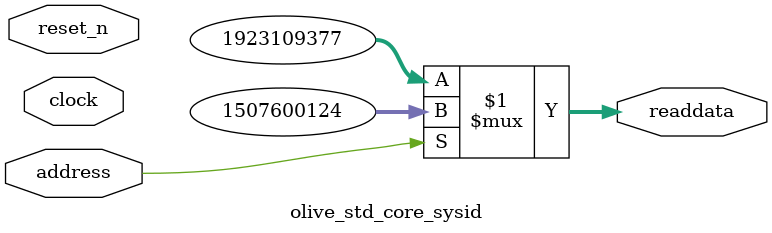
<source format=v>



// synthesis translate_off
`timescale 1ns / 1ps
// synthesis translate_on

// turn off superfluous verilog processor warnings 
// altera message_level Level1 
// altera message_off 10034 10035 10036 10037 10230 10240 10030 

module olive_std_core_sysid (
               // inputs:
                address,
                clock,
                reset_n,

               // outputs:
                readdata
             )
;

  output  [ 31: 0] readdata;
  input            address;
  input            clock;
  input            reset_n;

  wire    [ 31: 0] readdata;
  //control_slave, which is an e_avalon_slave
  assign readdata = address ? 1507600124 : 1923109377;

endmodule



</source>
